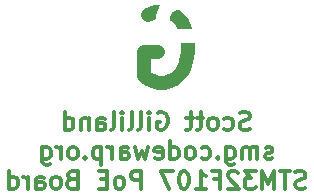
<source format=gbo>
G04 (created by PCBNEW (2013-jul-07)-stable) date Thu 13 Feb 2014 02:22:19 AM EST*
%MOIN*%
G04 Gerber Fmt 3.4, Leading zero omitted, Abs format*
%FSLAX34Y34*%
G01*
G70*
G90*
G04 APERTURE LIST*
%ADD10C,0.00590551*%
%ADD11C,0.0472441*%
%ADD12C,0.011811*%
%ADD13R,0.0275X0.1574*%
%ADD14C,0.0551*%
%ADD15C,0.1417*%
%ADD16C,0.0757*%
G04 APERTURE END LIST*
G54D10*
G54D11*
X82767Y-32643D02*
X82992Y-32530D01*
X83329Y-32530D01*
X83667Y-32643D01*
X83892Y-32868D01*
X84004Y-33093D01*
X84116Y-33543D01*
X84116Y-33880D01*
X84004Y-34330D01*
X83892Y-34555D01*
X83667Y-34780D01*
X83329Y-34893D01*
X83104Y-34893D01*
X82767Y-34780D01*
X82654Y-34668D01*
X82654Y-33880D01*
X83104Y-33880D01*
G54D12*
X88020Y-38399D02*
X87935Y-38428D01*
X87795Y-38428D01*
X87739Y-38399D01*
X87710Y-38371D01*
X87682Y-38315D01*
X87682Y-38259D01*
X87710Y-38203D01*
X87739Y-38174D01*
X87795Y-38146D01*
X87907Y-38118D01*
X87964Y-38090D01*
X87992Y-38062D01*
X88020Y-38006D01*
X88020Y-37949D01*
X87992Y-37893D01*
X87964Y-37865D01*
X87907Y-37837D01*
X87767Y-37837D01*
X87682Y-37865D01*
X87514Y-37837D02*
X87176Y-37837D01*
X87345Y-38428D02*
X87345Y-37837D01*
X86979Y-38428D02*
X86979Y-37837D01*
X86782Y-38259D01*
X86586Y-37837D01*
X86586Y-38428D01*
X86361Y-37837D02*
X85995Y-37837D01*
X86192Y-38062D01*
X86107Y-38062D01*
X86051Y-38090D01*
X86023Y-38118D01*
X85995Y-38174D01*
X85995Y-38315D01*
X86023Y-38371D01*
X86051Y-38399D01*
X86107Y-38428D01*
X86276Y-38428D01*
X86332Y-38399D01*
X86361Y-38371D01*
X85770Y-37893D02*
X85742Y-37865D01*
X85686Y-37837D01*
X85545Y-37837D01*
X85489Y-37865D01*
X85461Y-37893D01*
X85433Y-37949D01*
X85433Y-38006D01*
X85461Y-38090D01*
X85798Y-38428D01*
X85433Y-38428D01*
X84983Y-38118D02*
X85179Y-38118D01*
X85179Y-38428D02*
X85179Y-37837D01*
X84898Y-37837D01*
X84364Y-38428D02*
X84701Y-38428D01*
X84533Y-38428D02*
X84533Y-37837D01*
X84589Y-37921D01*
X84645Y-37978D01*
X84701Y-38006D01*
X83998Y-37837D02*
X83942Y-37837D01*
X83886Y-37865D01*
X83858Y-37893D01*
X83830Y-37949D01*
X83802Y-38062D01*
X83802Y-38203D01*
X83830Y-38315D01*
X83858Y-38371D01*
X83886Y-38399D01*
X83942Y-38428D01*
X83998Y-38428D01*
X84055Y-38399D01*
X84083Y-38371D01*
X84111Y-38315D01*
X84139Y-38203D01*
X84139Y-38062D01*
X84111Y-37949D01*
X84083Y-37893D01*
X84055Y-37865D01*
X83998Y-37837D01*
X83605Y-37837D02*
X83211Y-37837D01*
X83464Y-38428D01*
X82536Y-38428D02*
X82536Y-37837D01*
X82311Y-37837D01*
X82255Y-37865D01*
X82227Y-37893D01*
X82199Y-37949D01*
X82199Y-38034D01*
X82227Y-38090D01*
X82255Y-38118D01*
X82311Y-38146D01*
X82536Y-38146D01*
X81861Y-38428D02*
X81917Y-38399D01*
X81946Y-38371D01*
X81974Y-38315D01*
X81974Y-38146D01*
X81946Y-38090D01*
X81917Y-38062D01*
X81861Y-38034D01*
X81777Y-38034D01*
X81721Y-38062D01*
X81692Y-38090D01*
X81664Y-38146D01*
X81664Y-38315D01*
X81692Y-38371D01*
X81721Y-38399D01*
X81777Y-38428D01*
X81861Y-38428D01*
X81411Y-38118D02*
X81214Y-38118D01*
X81130Y-38428D02*
X81411Y-38428D01*
X81411Y-37837D01*
X81130Y-37837D01*
X80230Y-38118D02*
X80146Y-38146D01*
X80118Y-38174D01*
X80089Y-38231D01*
X80089Y-38315D01*
X80118Y-38371D01*
X80146Y-38399D01*
X80202Y-38428D01*
X80427Y-38428D01*
X80427Y-37837D01*
X80230Y-37837D01*
X80174Y-37865D01*
X80146Y-37893D01*
X80118Y-37949D01*
X80118Y-38006D01*
X80146Y-38062D01*
X80174Y-38090D01*
X80230Y-38118D01*
X80427Y-38118D01*
X79752Y-38428D02*
X79808Y-38399D01*
X79836Y-38371D01*
X79865Y-38315D01*
X79865Y-38146D01*
X79836Y-38090D01*
X79808Y-38062D01*
X79752Y-38034D01*
X79668Y-38034D01*
X79611Y-38062D01*
X79583Y-38090D01*
X79555Y-38146D01*
X79555Y-38315D01*
X79583Y-38371D01*
X79611Y-38399D01*
X79668Y-38428D01*
X79752Y-38428D01*
X79049Y-38428D02*
X79049Y-38118D01*
X79077Y-38062D01*
X79133Y-38034D01*
X79246Y-38034D01*
X79302Y-38062D01*
X79049Y-38399D02*
X79105Y-38428D01*
X79246Y-38428D01*
X79302Y-38399D01*
X79330Y-38343D01*
X79330Y-38287D01*
X79302Y-38231D01*
X79246Y-38203D01*
X79105Y-38203D01*
X79049Y-38174D01*
X78768Y-38428D02*
X78768Y-38034D01*
X78768Y-38146D02*
X78740Y-38090D01*
X78712Y-38062D01*
X78655Y-38034D01*
X78599Y-38034D01*
X78149Y-38428D02*
X78149Y-37837D01*
X78149Y-38399D02*
X78205Y-38428D01*
X78318Y-38428D01*
X78374Y-38399D01*
X78402Y-38371D01*
X78430Y-38315D01*
X78430Y-38146D01*
X78402Y-38090D01*
X78374Y-38062D01*
X78318Y-38034D01*
X78205Y-38034D01*
X78149Y-38062D01*
X86923Y-37415D02*
X86867Y-37443D01*
X86754Y-37443D01*
X86698Y-37415D01*
X86670Y-37359D01*
X86670Y-37331D01*
X86698Y-37275D01*
X86754Y-37246D01*
X86839Y-37246D01*
X86895Y-37218D01*
X86923Y-37162D01*
X86923Y-37134D01*
X86895Y-37078D01*
X86839Y-37050D01*
X86754Y-37050D01*
X86698Y-37078D01*
X86417Y-37443D02*
X86417Y-37050D01*
X86417Y-37106D02*
X86389Y-37078D01*
X86332Y-37050D01*
X86248Y-37050D01*
X86192Y-37078D01*
X86164Y-37134D01*
X86164Y-37443D01*
X86164Y-37134D02*
X86136Y-37078D01*
X86079Y-37050D01*
X85995Y-37050D01*
X85939Y-37078D01*
X85911Y-37134D01*
X85911Y-37443D01*
X85376Y-37050D02*
X85376Y-37528D01*
X85404Y-37584D01*
X85433Y-37612D01*
X85489Y-37640D01*
X85573Y-37640D01*
X85629Y-37612D01*
X85376Y-37415D02*
X85433Y-37443D01*
X85545Y-37443D01*
X85601Y-37415D01*
X85629Y-37387D01*
X85658Y-37331D01*
X85658Y-37162D01*
X85629Y-37106D01*
X85601Y-37078D01*
X85545Y-37050D01*
X85433Y-37050D01*
X85376Y-37078D01*
X85095Y-37387D02*
X85067Y-37415D01*
X85095Y-37443D01*
X85123Y-37415D01*
X85095Y-37387D01*
X85095Y-37443D01*
X84561Y-37415D02*
X84617Y-37443D01*
X84730Y-37443D01*
X84786Y-37415D01*
X84814Y-37387D01*
X84842Y-37331D01*
X84842Y-37162D01*
X84814Y-37106D01*
X84786Y-37078D01*
X84730Y-37050D01*
X84617Y-37050D01*
X84561Y-37078D01*
X84223Y-37443D02*
X84280Y-37415D01*
X84308Y-37387D01*
X84336Y-37331D01*
X84336Y-37162D01*
X84308Y-37106D01*
X84280Y-37078D01*
X84223Y-37050D01*
X84139Y-37050D01*
X84083Y-37078D01*
X84055Y-37106D01*
X84026Y-37162D01*
X84026Y-37331D01*
X84055Y-37387D01*
X84083Y-37415D01*
X84139Y-37443D01*
X84223Y-37443D01*
X83520Y-37443D02*
X83520Y-36853D01*
X83520Y-37415D02*
X83577Y-37443D01*
X83689Y-37443D01*
X83745Y-37415D01*
X83773Y-37387D01*
X83802Y-37331D01*
X83802Y-37162D01*
X83773Y-37106D01*
X83745Y-37078D01*
X83689Y-37050D01*
X83577Y-37050D01*
X83520Y-37078D01*
X83014Y-37415D02*
X83070Y-37443D01*
X83183Y-37443D01*
X83239Y-37415D01*
X83267Y-37359D01*
X83267Y-37134D01*
X83239Y-37078D01*
X83183Y-37050D01*
X83070Y-37050D01*
X83014Y-37078D01*
X82986Y-37134D01*
X82986Y-37190D01*
X83267Y-37246D01*
X82789Y-37050D02*
X82677Y-37443D01*
X82564Y-37162D01*
X82452Y-37443D01*
X82339Y-37050D01*
X81861Y-37443D02*
X81861Y-37134D01*
X81889Y-37078D01*
X81946Y-37050D01*
X82058Y-37050D01*
X82114Y-37078D01*
X81861Y-37415D02*
X81917Y-37443D01*
X82058Y-37443D01*
X82114Y-37415D01*
X82142Y-37359D01*
X82142Y-37303D01*
X82114Y-37246D01*
X82058Y-37218D01*
X81917Y-37218D01*
X81861Y-37190D01*
X81580Y-37443D02*
X81580Y-37050D01*
X81580Y-37162D02*
X81552Y-37106D01*
X81524Y-37078D01*
X81467Y-37050D01*
X81411Y-37050D01*
X81214Y-37050D02*
X81214Y-37640D01*
X81214Y-37078D02*
X81158Y-37050D01*
X81046Y-37050D01*
X80989Y-37078D01*
X80961Y-37106D01*
X80933Y-37162D01*
X80933Y-37331D01*
X80961Y-37387D01*
X80989Y-37415D01*
X81046Y-37443D01*
X81158Y-37443D01*
X81214Y-37415D01*
X80680Y-37387D02*
X80652Y-37415D01*
X80680Y-37443D01*
X80708Y-37415D01*
X80680Y-37387D01*
X80680Y-37443D01*
X80314Y-37443D02*
X80371Y-37415D01*
X80399Y-37387D01*
X80427Y-37331D01*
X80427Y-37162D01*
X80399Y-37106D01*
X80371Y-37078D01*
X80314Y-37050D01*
X80230Y-37050D01*
X80174Y-37078D01*
X80146Y-37106D01*
X80118Y-37162D01*
X80118Y-37331D01*
X80146Y-37387D01*
X80174Y-37415D01*
X80230Y-37443D01*
X80314Y-37443D01*
X79865Y-37443D02*
X79865Y-37050D01*
X79865Y-37162D02*
X79836Y-37106D01*
X79808Y-37078D01*
X79752Y-37050D01*
X79696Y-37050D01*
X79246Y-37050D02*
X79246Y-37528D01*
X79274Y-37584D01*
X79302Y-37612D01*
X79358Y-37640D01*
X79443Y-37640D01*
X79499Y-37612D01*
X79246Y-37415D02*
X79302Y-37443D01*
X79415Y-37443D01*
X79471Y-37415D01*
X79499Y-37387D01*
X79527Y-37331D01*
X79527Y-37162D01*
X79499Y-37106D01*
X79471Y-37078D01*
X79415Y-37050D01*
X79302Y-37050D01*
X79246Y-37078D01*
X86164Y-36431D02*
X86079Y-36459D01*
X85939Y-36459D01*
X85883Y-36431D01*
X85854Y-36403D01*
X85826Y-36347D01*
X85826Y-36290D01*
X85854Y-36234D01*
X85883Y-36206D01*
X85939Y-36178D01*
X86051Y-36150D01*
X86107Y-36122D01*
X86136Y-36093D01*
X86164Y-36037D01*
X86164Y-35981D01*
X86136Y-35925D01*
X86107Y-35897D01*
X86051Y-35868D01*
X85911Y-35868D01*
X85826Y-35897D01*
X85320Y-36431D02*
X85376Y-36459D01*
X85489Y-36459D01*
X85545Y-36431D01*
X85573Y-36403D01*
X85601Y-36347D01*
X85601Y-36178D01*
X85573Y-36122D01*
X85545Y-36093D01*
X85489Y-36065D01*
X85376Y-36065D01*
X85320Y-36093D01*
X84983Y-36459D02*
X85039Y-36431D01*
X85067Y-36403D01*
X85095Y-36347D01*
X85095Y-36178D01*
X85067Y-36122D01*
X85039Y-36093D01*
X84983Y-36065D01*
X84898Y-36065D01*
X84842Y-36093D01*
X84814Y-36122D01*
X84786Y-36178D01*
X84786Y-36347D01*
X84814Y-36403D01*
X84842Y-36431D01*
X84898Y-36459D01*
X84983Y-36459D01*
X84617Y-36065D02*
X84392Y-36065D01*
X84533Y-35868D02*
X84533Y-36375D01*
X84505Y-36431D01*
X84448Y-36459D01*
X84392Y-36459D01*
X84280Y-36065D02*
X84055Y-36065D01*
X84195Y-35868D02*
X84195Y-36375D01*
X84167Y-36431D01*
X84111Y-36459D01*
X84055Y-36459D01*
X83098Y-35897D02*
X83155Y-35868D01*
X83239Y-35868D01*
X83323Y-35897D01*
X83380Y-35953D01*
X83408Y-36009D01*
X83436Y-36122D01*
X83436Y-36206D01*
X83408Y-36318D01*
X83380Y-36375D01*
X83323Y-36431D01*
X83239Y-36459D01*
X83183Y-36459D01*
X83098Y-36431D01*
X83070Y-36403D01*
X83070Y-36206D01*
X83183Y-36206D01*
X82817Y-36459D02*
X82817Y-36065D01*
X82817Y-35868D02*
X82845Y-35897D01*
X82817Y-35925D01*
X82789Y-35897D01*
X82817Y-35868D01*
X82817Y-35925D01*
X82452Y-36459D02*
X82508Y-36431D01*
X82536Y-36375D01*
X82536Y-35868D01*
X82142Y-36459D02*
X82199Y-36431D01*
X82227Y-36375D01*
X82227Y-35868D01*
X81917Y-36459D02*
X81917Y-36065D01*
X81917Y-35868D02*
X81946Y-35897D01*
X81917Y-35925D01*
X81889Y-35897D01*
X81917Y-35868D01*
X81917Y-35925D01*
X81552Y-36459D02*
X81608Y-36431D01*
X81636Y-36375D01*
X81636Y-35868D01*
X81074Y-36459D02*
X81074Y-36150D01*
X81102Y-36093D01*
X81158Y-36065D01*
X81271Y-36065D01*
X81327Y-36093D01*
X81074Y-36431D02*
X81130Y-36459D01*
X81271Y-36459D01*
X81327Y-36431D01*
X81355Y-36375D01*
X81355Y-36318D01*
X81327Y-36262D01*
X81271Y-36234D01*
X81130Y-36234D01*
X81074Y-36206D01*
X80793Y-36065D02*
X80793Y-36459D01*
X80793Y-36122D02*
X80764Y-36093D01*
X80708Y-36065D01*
X80624Y-36065D01*
X80568Y-36093D01*
X80539Y-36150D01*
X80539Y-36459D01*
X80005Y-36459D02*
X80005Y-35868D01*
X80005Y-36431D02*
X80061Y-36459D01*
X80174Y-36459D01*
X80230Y-36431D01*
X80258Y-36403D01*
X80286Y-36347D01*
X80286Y-36178D01*
X80258Y-36122D01*
X80230Y-36093D01*
X80174Y-36065D01*
X80061Y-36065D01*
X80005Y-36093D01*
%LPC*%
G54D11*
X84611Y-33245D02*
X84274Y-33357D01*
X83712Y-33357D01*
X83487Y-33245D01*
X83374Y-33132D01*
X83262Y-32907D01*
X83262Y-32682D01*
X83374Y-32457D01*
X83487Y-32345D01*
X83712Y-32232D01*
X84161Y-32120D01*
X84386Y-32007D01*
X84499Y-31895D01*
X84611Y-31670D01*
X84611Y-31445D01*
X84499Y-31220D01*
X84386Y-31107D01*
X84161Y-30995D01*
X83599Y-30995D01*
X83262Y-31107D01*
X84611Y-33245D02*
X84274Y-33357D01*
X83712Y-33357D01*
X83487Y-33245D01*
X83374Y-33132D01*
X83262Y-32907D01*
X83262Y-32682D01*
X83374Y-32457D01*
X83487Y-32345D01*
X83712Y-32232D01*
X84161Y-32120D01*
X84386Y-32007D01*
X84499Y-31895D01*
X84611Y-31670D01*
X84611Y-31445D01*
X84499Y-31220D01*
X84386Y-31107D01*
X84161Y-30995D01*
X83599Y-30995D01*
X83262Y-31107D01*
G54D13*
X77441Y-45787D03*
X77834Y-45787D03*
X78228Y-45787D03*
X78622Y-45787D03*
X79015Y-45787D03*
X79409Y-45787D03*
X79803Y-45787D03*
X80197Y-45787D03*
X80590Y-45787D03*
X80984Y-45787D03*
X81378Y-45787D03*
X82559Y-45787D03*
X82952Y-45787D03*
X83346Y-45787D03*
X83740Y-45787D03*
X84134Y-45787D03*
X84527Y-45787D03*
X84921Y-45787D03*
X85315Y-45787D03*
X85708Y-45787D03*
X86102Y-45787D03*
X86496Y-45787D03*
X86889Y-45787D03*
X87283Y-45787D03*
X87677Y-45787D03*
X88071Y-45787D03*
X88464Y-45787D03*
X88858Y-45787D03*
X89252Y-45787D03*
X89645Y-45787D03*
X90039Y-45787D03*
X90433Y-45787D03*
G54D14*
X84077Y-26602D03*
X83677Y-27602D03*
X83277Y-26602D03*
X82877Y-27602D03*
X82477Y-26602D03*
X82077Y-27602D03*
X81677Y-26602D03*
X81277Y-27602D03*
X85377Y-25652D03*
X84477Y-25652D03*
X80877Y-25652D03*
X79977Y-25652D03*
G54D15*
X85177Y-27952D03*
X80177Y-27952D03*
G54D16*
X79477Y-26282D03*
X85877Y-26282D03*
M02*

</source>
